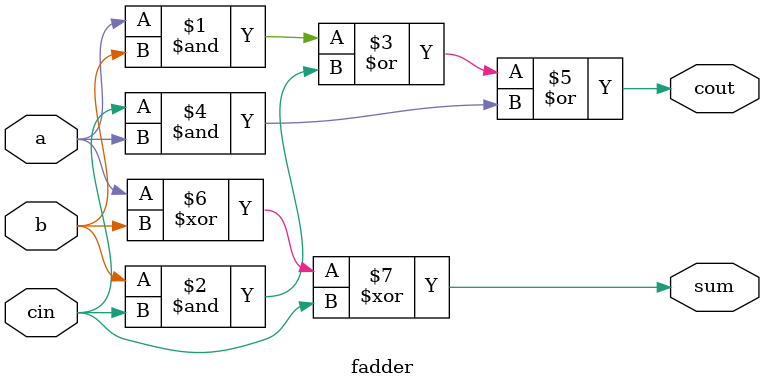
<source format=v>
module fadder(input a, b, cin, output cout, sum);
assign cout=(a&b)|(b&cin)|(cin&a);
assign sum=a^b^cin;    
endmodule

</source>
